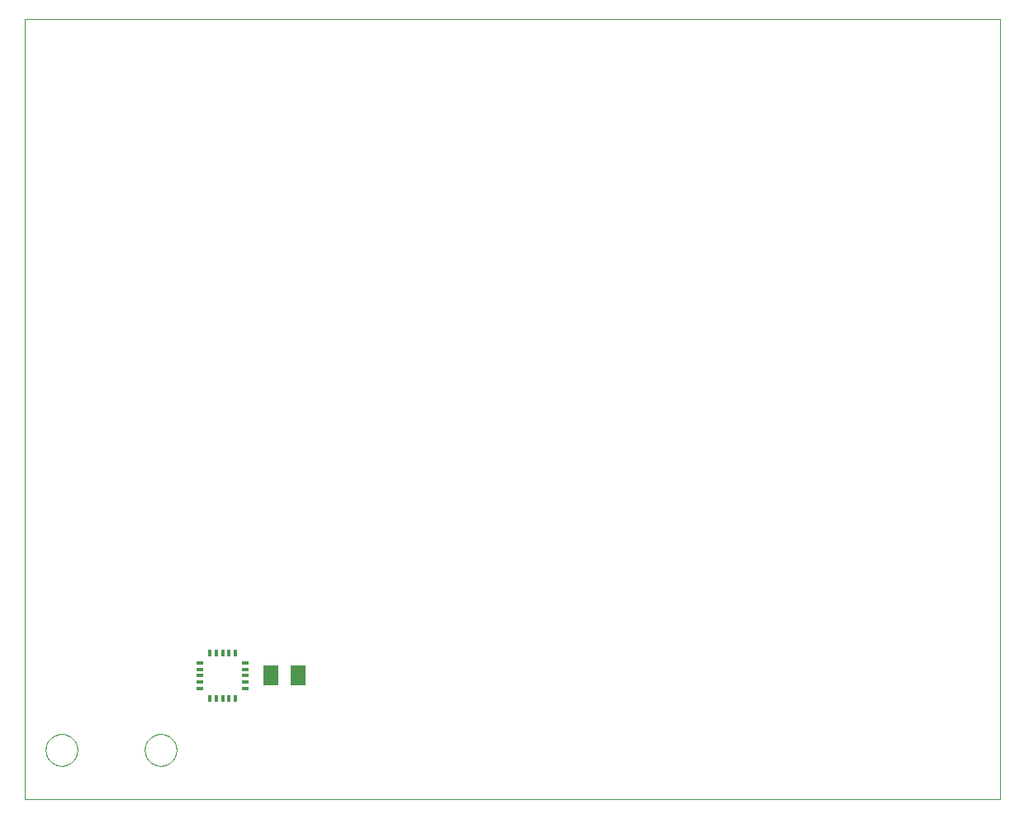
<source format=gtp>
G75*
%MOIN*%
%OFA0B0*%
%FSLAX24Y24*%
%IPPOS*%
%LPD*%
%AMOC8*
5,1,8,0,0,1.08239X$1,22.5*
%
%ADD10C,0.0000*%
%ADD11R,0.0118X0.0256*%
%ADD12R,0.0256X0.0118*%
%ADD13R,0.0630X0.0787*%
D10*
X000260Y001204D02*
X000260Y032700D01*
X039630Y032700D01*
X039630Y001204D01*
X000260Y001204D01*
X001120Y003204D02*
X001122Y003254D01*
X001128Y003304D01*
X001138Y003353D01*
X001151Y003402D01*
X001169Y003449D01*
X001190Y003495D01*
X001214Y003538D01*
X001242Y003580D01*
X001273Y003620D01*
X001307Y003657D01*
X001344Y003691D01*
X001384Y003722D01*
X001426Y003750D01*
X001469Y003774D01*
X001515Y003795D01*
X001562Y003813D01*
X001611Y003826D01*
X001660Y003836D01*
X001710Y003842D01*
X001760Y003844D01*
X001810Y003842D01*
X001860Y003836D01*
X001909Y003826D01*
X001958Y003813D01*
X002005Y003795D01*
X002051Y003774D01*
X002094Y003750D01*
X002136Y003722D01*
X002176Y003691D01*
X002213Y003657D01*
X002247Y003620D01*
X002278Y003580D01*
X002306Y003538D01*
X002330Y003495D01*
X002351Y003449D01*
X002369Y003402D01*
X002382Y003353D01*
X002392Y003304D01*
X002398Y003254D01*
X002400Y003204D01*
X002398Y003154D01*
X002392Y003104D01*
X002382Y003055D01*
X002369Y003006D01*
X002351Y002959D01*
X002330Y002913D01*
X002306Y002870D01*
X002278Y002828D01*
X002247Y002788D01*
X002213Y002751D01*
X002176Y002717D01*
X002136Y002686D01*
X002094Y002658D01*
X002051Y002634D01*
X002005Y002613D01*
X001958Y002595D01*
X001909Y002582D01*
X001860Y002572D01*
X001810Y002566D01*
X001760Y002564D01*
X001710Y002566D01*
X001660Y002572D01*
X001611Y002582D01*
X001562Y002595D01*
X001515Y002613D01*
X001469Y002634D01*
X001426Y002658D01*
X001384Y002686D01*
X001344Y002717D01*
X001307Y002751D01*
X001273Y002788D01*
X001242Y002828D01*
X001214Y002870D01*
X001190Y002913D01*
X001169Y002959D01*
X001151Y003006D01*
X001138Y003055D01*
X001128Y003104D01*
X001122Y003154D01*
X001120Y003204D01*
X005120Y003204D02*
X005122Y003254D01*
X005128Y003304D01*
X005138Y003353D01*
X005151Y003402D01*
X005169Y003449D01*
X005190Y003495D01*
X005214Y003538D01*
X005242Y003580D01*
X005273Y003620D01*
X005307Y003657D01*
X005344Y003691D01*
X005384Y003722D01*
X005426Y003750D01*
X005469Y003774D01*
X005515Y003795D01*
X005562Y003813D01*
X005611Y003826D01*
X005660Y003836D01*
X005710Y003842D01*
X005760Y003844D01*
X005810Y003842D01*
X005860Y003836D01*
X005909Y003826D01*
X005958Y003813D01*
X006005Y003795D01*
X006051Y003774D01*
X006094Y003750D01*
X006136Y003722D01*
X006176Y003691D01*
X006213Y003657D01*
X006247Y003620D01*
X006278Y003580D01*
X006306Y003538D01*
X006330Y003495D01*
X006351Y003449D01*
X006369Y003402D01*
X006382Y003353D01*
X006392Y003304D01*
X006398Y003254D01*
X006400Y003204D01*
X006398Y003154D01*
X006392Y003104D01*
X006382Y003055D01*
X006369Y003006D01*
X006351Y002959D01*
X006330Y002913D01*
X006306Y002870D01*
X006278Y002828D01*
X006247Y002788D01*
X006213Y002751D01*
X006176Y002717D01*
X006136Y002686D01*
X006094Y002658D01*
X006051Y002634D01*
X006005Y002613D01*
X005958Y002595D01*
X005909Y002582D01*
X005860Y002572D01*
X005810Y002566D01*
X005760Y002564D01*
X005710Y002566D01*
X005660Y002572D01*
X005611Y002582D01*
X005562Y002595D01*
X005515Y002613D01*
X005469Y002634D01*
X005426Y002658D01*
X005384Y002686D01*
X005344Y002717D01*
X005307Y002751D01*
X005273Y002788D01*
X005242Y002828D01*
X005214Y002870D01*
X005190Y002913D01*
X005169Y002959D01*
X005151Y003006D01*
X005138Y003055D01*
X005128Y003104D01*
X005122Y003154D01*
X005120Y003204D01*
D11*
X007748Y005298D03*
X008004Y005298D03*
X008260Y005298D03*
X008516Y005298D03*
X008772Y005298D03*
X008772Y007109D03*
X008516Y007109D03*
X008260Y007109D03*
X008004Y007109D03*
X007748Y007109D03*
D12*
X007354Y006716D03*
X007354Y006460D03*
X007354Y006204D03*
X007354Y005948D03*
X007354Y005692D03*
X009166Y005692D03*
X009166Y005948D03*
X009166Y006204D03*
X009166Y006460D03*
X009166Y006716D03*
D13*
X010209Y006204D03*
X011311Y006204D03*
M02*

</source>
